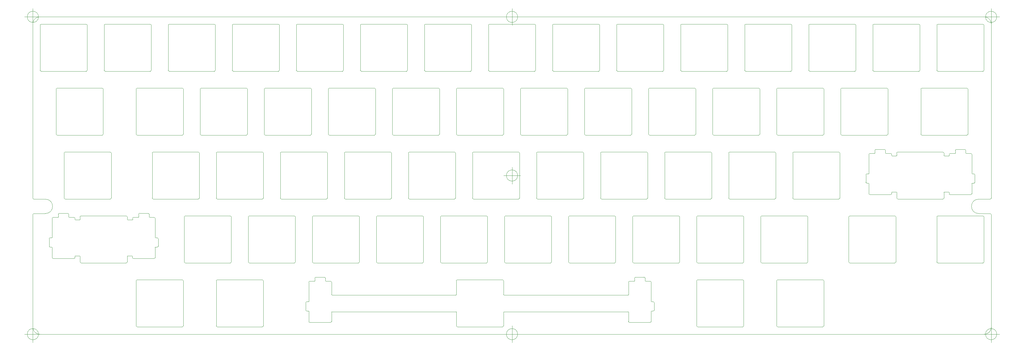
<source format=gbr>
%TF.GenerationSoftware,KiCad,Pcbnew,(5.1.9)-1*%
%TF.CreationDate,2021-04-22T03:29:06+09:00*%
%TF.ProjectId,topplate,746f7070-6c61-4746-952e-6b696361645f,4*%
%TF.SameCoordinates,Original*%
%TF.FileFunction,Profile,NP*%
%FSLAX46Y46*%
G04 Gerber Fmt 4.6, Leading zero omitted, Abs format (unit mm)*
G04 Created by KiCad (PCBNEW (5.1.9)-1) date 2021-04-22 03:29:06*
%MOMM*%
%LPD*%
G01*
G04 APERTURE LIST*
%TA.AperFunction,Profile*%
%ADD10C,0.050000*%
%TD*%
%TA.AperFunction,Profile*%
%ADD11C,0.120000*%
%TD*%
G04 APERTURE END LIST*
D10*
X70000000Y-158950000D02*
X70000000Y-192610000D01*
X70000000Y-158950000D02*
G75*
G02*
X70300000Y-158650000I300000J0D01*
G01*
X73700000Y-154350000D02*
G75*
G02*
X73700000Y-158650000I0J-2150000D01*
G01*
X70300000Y-158650000D02*
X73700000Y-158650000D01*
X70300000Y-154350000D02*
G75*
G02*
X70000000Y-154050000I0J300000D01*
G01*
X73700000Y-154350000D02*
X70300000Y-154350000D01*
X355000000Y-158950000D02*
X355000000Y-192610000D01*
X355000000Y-154050000D02*
G75*
G02*
X354700000Y-154350000I-300000J0D01*
G01*
X351300000Y-158650000D02*
G75*
G02*
X351300000Y-154350000I0J2150000D01*
G01*
X354700000Y-154350000D02*
X351300000Y-154350000D01*
X354700000Y-158650000D02*
G75*
G02*
X355000000Y-158950000I0J-300000D01*
G01*
X351300000Y-158650000D02*
X354700000Y-158650000D01*
X355000000Y-192610000D02*
G75*
G02*
X353000000Y-194610000I-2000000J0D01*
G01*
X353000000Y-100010000D02*
G75*
G02*
X355000000Y-102010000I0J-2000000D01*
G01*
X70000000Y-102000000D02*
G75*
G02*
X72000000Y-100000000I2000000J0D01*
G01*
X72000000Y-194610000D02*
G75*
G02*
X70000000Y-192610000I0J2000000D01*
G01*
X72000000Y-194610000D02*
X353000000Y-194610000D01*
X70000000Y-102000000D02*
X70000000Y-154050000D01*
X353000000Y-100010000D02*
X72000000Y-100000000D01*
X355000000Y-154050000D02*
X355000000Y-102010000D01*
X71666666Y-194610000D02*
G75*
G03*
X71666666Y-194610000I-1666666J0D01*
G01*
X67500000Y-194610000D02*
X72500000Y-194610000D01*
X70000000Y-192110000D02*
X70000000Y-197110000D01*
X356666666Y-194610000D02*
G75*
G03*
X356666666Y-194610000I-1666666J0D01*
G01*
X352500000Y-194610000D02*
X357500000Y-194610000D01*
X355000000Y-192110000D02*
X355000000Y-197110000D01*
X214166666Y-100010000D02*
G75*
G03*
X214166666Y-100010000I-1666666J0D01*
G01*
X210000000Y-100010000D02*
X215000000Y-100010000D01*
X212500000Y-97510000D02*
X212500000Y-102510000D01*
X214166666Y-194610000D02*
G75*
G03*
X214166666Y-194610000I-1666666J0D01*
G01*
X210000000Y-194610000D02*
X215000000Y-194610000D01*
X212500000Y-192110000D02*
X212500000Y-197110000D01*
X214166666Y-147310000D02*
G75*
G03*
X214166666Y-147310000I-1666666J0D01*
G01*
X210000000Y-147310000D02*
X215000000Y-147310000D01*
X212500000Y-144810000D02*
X212500000Y-149810000D01*
X356666666Y-100010000D02*
G75*
G03*
X356666666Y-100010000I-1666666J0D01*
G01*
X352500000Y-100010000D02*
X357500000Y-100010000D01*
X355000000Y-97510000D02*
X355000000Y-102510000D01*
X71666666Y-100000000D02*
G75*
G03*
X71666666Y-100000000I-1666666J0D01*
G01*
X67500000Y-100000000D02*
X72500000Y-100000000D01*
X70000000Y-97500000D02*
X70000000Y-102500000D01*
D11*
%TO.C,KSW1*%
X72150000Y-102509840D02*
X72150000Y-115909840D01*
X72450000Y-116209840D02*
X85850000Y-116209840D01*
X86150000Y-115909840D02*
X86150000Y-102509840D01*
X85850000Y-102209840D02*
X72450000Y-102209840D01*
X86150000Y-115909840D02*
G75*
G02*
X85850000Y-116209840I-300000J0D01*
G01*
X72450000Y-116209840D02*
G75*
G02*
X72150000Y-115909840I0J300000D01*
G01*
X72150000Y-102509840D02*
G75*
G02*
X72450000Y-102209840I300000J0D01*
G01*
X85850000Y-102209840D02*
G75*
G02*
X86150000Y-102509840I0J-300000D01*
G01*
%TO.C,KSW2*%
X91200000Y-102509840D02*
X91200000Y-115909840D01*
X91500000Y-116209840D02*
X104900000Y-116209840D01*
X105200000Y-115909840D02*
X105200000Y-102509840D01*
X104900000Y-102209840D02*
X91500000Y-102209840D01*
X105200000Y-115909840D02*
G75*
G02*
X104900000Y-116209840I-300000J0D01*
G01*
X91500000Y-116209840D02*
G75*
G02*
X91200000Y-115909840I0J300000D01*
G01*
X91200000Y-102509840D02*
G75*
G02*
X91500000Y-102209840I300000J0D01*
G01*
X104900000Y-102209840D02*
G75*
G02*
X105200000Y-102509840I0J-300000D01*
G01*
%TO.C,KSW3*%
X110250000Y-102509840D02*
X110250000Y-115909840D01*
X110550000Y-116209840D02*
X123950000Y-116209840D01*
X124250000Y-115909840D02*
X124250000Y-102509840D01*
X123950000Y-102209840D02*
X110550000Y-102209840D01*
X124250000Y-115909840D02*
G75*
G02*
X123950000Y-116209840I-300000J0D01*
G01*
X110550000Y-116209840D02*
G75*
G02*
X110250000Y-115909840I0J300000D01*
G01*
X110250000Y-102509840D02*
G75*
G02*
X110550000Y-102209840I300000J0D01*
G01*
X123950000Y-102209840D02*
G75*
G02*
X124250000Y-102509840I0J-300000D01*
G01*
%TO.C,KSW4*%
X129300000Y-102509840D02*
X129300000Y-115909840D01*
X129600000Y-116209840D02*
X143000000Y-116209840D01*
X143300000Y-115909840D02*
X143300000Y-102509840D01*
X143000000Y-102209840D02*
X129600000Y-102209840D01*
X143300000Y-115909840D02*
G75*
G02*
X143000000Y-116209840I-300000J0D01*
G01*
X129600000Y-116209840D02*
G75*
G02*
X129300000Y-115909840I0J300000D01*
G01*
X129300000Y-102509840D02*
G75*
G02*
X129600000Y-102209840I300000J0D01*
G01*
X143000000Y-102209840D02*
G75*
G02*
X143300000Y-102509840I0J-300000D01*
G01*
%TO.C,KSW5*%
X148350000Y-102509840D02*
X148350000Y-115909840D01*
X148650000Y-116209840D02*
X162050000Y-116209840D01*
X162350000Y-115909840D02*
X162350000Y-102509840D01*
X162050000Y-102209840D02*
X148650000Y-102209840D01*
X162350000Y-115909840D02*
G75*
G02*
X162050000Y-116209840I-300000J0D01*
G01*
X148650000Y-116209840D02*
G75*
G02*
X148350000Y-115909840I0J300000D01*
G01*
X148350000Y-102509840D02*
G75*
G02*
X148650000Y-102209840I300000J0D01*
G01*
X162050000Y-102209840D02*
G75*
G02*
X162350000Y-102509840I0J-300000D01*
G01*
%TO.C,KSW6*%
X167400000Y-102509840D02*
X167400000Y-115909840D01*
X167700000Y-116209840D02*
X181100000Y-116209840D01*
X181400000Y-115909840D02*
X181400000Y-102509840D01*
X181100000Y-102209840D02*
X167700000Y-102209840D01*
X181400000Y-115909840D02*
G75*
G02*
X181100000Y-116209840I-300000J0D01*
G01*
X167700000Y-116209840D02*
G75*
G02*
X167400000Y-115909840I0J300000D01*
G01*
X167400000Y-102509840D02*
G75*
G02*
X167700000Y-102209840I300000J0D01*
G01*
X181100000Y-102209840D02*
G75*
G02*
X181400000Y-102509840I0J-300000D01*
G01*
%TO.C,KSW7*%
X186450000Y-102509840D02*
X186450000Y-115909840D01*
X186750000Y-116209840D02*
X200150000Y-116209840D01*
X200450000Y-115909840D02*
X200450000Y-102509840D01*
X200150000Y-102209840D02*
X186750000Y-102209840D01*
X200450000Y-115909840D02*
G75*
G02*
X200150000Y-116209840I-300000J0D01*
G01*
X186750000Y-116209840D02*
G75*
G02*
X186450000Y-115909840I0J300000D01*
G01*
X186450000Y-102509840D02*
G75*
G02*
X186750000Y-102209840I300000J0D01*
G01*
X200150000Y-102209840D02*
G75*
G02*
X200450000Y-102509840I0J-300000D01*
G01*
%TO.C,KSW8*%
X205500000Y-102509840D02*
X205500000Y-115909840D01*
X205800000Y-116209840D02*
X219200000Y-116209840D01*
X219500000Y-115909840D02*
X219500000Y-102509840D01*
X219200000Y-102209840D02*
X205800000Y-102209840D01*
X219500000Y-115909840D02*
G75*
G02*
X219200000Y-116209840I-300000J0D01*
G01*
X205800000Y-116209840D02*
G75*
G02*
X205500000Y-115909840I0J300000D01*
G01*
X205500000Y-102509840D02*
G75*
G02*
X205800000Y-102209840I300000J0D01*
G01*
X219200000Y-102209840D02*
G75*
G02*
X219500000Y-102509840I0J-300000D01*
G01*
%TO.C,KSW9*%
X224550000Y-102509840D02*
X224550000Y-115909840D01*
X224850000Y-116209840D02*
X238250000Y-116209840D01*
X238550000Y-115909840D02*
X238550000Y-102509840D01*
X238250000Y-102209840D02*
X224850000Y-102209840D01*
X238550000Y-115909840D02*
G75*
G02*
X238250000Y-116209840I-300000J0D01*
G01*
X224850000Y-116209840D02*
G75*
G02*
X224550000Y-115909840I0J300000D01*
G01*
X224550000Y-102509840D02*
G75*
G02*
X224850000Y-102209840I300000J0D01*
G01*
X238250000Y-102209840D02*
G75*
G02*
X238550000Y-102509840I0J-300000D01*
G01*
%TO.C,KSW10*%
X243600000Y-102509840D02*
X243600000Y-115909840D01*
X243900000Y-116209840D02*
X257300000Y-116209840D01*
X257600000Y-115909840D02*
X257600000Y-102509840D01*
X257300000Y-102209840D02*
X243900000Y-102209840D01*
X257600000Y-115909840D02*
G75*
G02*
X257300000Y-116209840I-300000J0D01*
G01*
X243900000Y-116209840D02*
G75*
G02*
X243600000Y-115909840I0J300000D01*
G01*
X243600000Y-102509840D02*
G75*
G02*
X243900000Y-102209840I300000J0D01*
G01*
X257300000Y-102209840D02*
G75*
G02*
X257600000Y-102509840I0J-300000D01*
G01*
%TO.C,KSW11*%
X262650000Y-102509840D02*
X262650000Y-115909840D01*
X262950000Y-116209840D02*
X276350000Y-116209840D01*
X276650000Y-115909840D02*
X276650000Y-102509840D01*
X276350000Y-102209840D02*
X262950000Y-102209840D01*
X276650000Y-115909840D02*
G75*
G02*
X276350000Y-116209840I-300000J0D01*
G01*
X262950000Y-116209840D02*
G75*
G02*
X262650000Y-115909840I0J300000D01*
G01*
X262650000Y-102509840D02*
G75*
G02*
X262950000Y-102209840I300000J0D01*
G01*
X276350000Y-102209840D02*
G75*
G02*
X276650000Y-102509840I0J-300000D01*
G01*
%TO.C,KSW12*%
X281700000Y-102509840D02*
X281700000Y-115909840D01*
X282000000Y-116209840D02*
X295400000Y-116209840D01*
X295700000Y-115909840D02*
X295700000Y-102509840D01*
X295400000Y-102209840D02*
X282000000Y-102209840D01*
X295700000Y-115909840D02*
G75*
G02*
X295400000Y-116209840I-300000J0D01*
G01*
X282000000Y-116209840D02*
G75*
G02*
X281700000Y-115909840I0J300000D01*
G01*
X281700000Y-102509840D02*
G75*
G02*
X282000000Y-102209840I300000J0D01*
G01*
X295400000Y-102209840D02*
G75*
G02*
X295700000Y-102509840I0J-300000D01*
G01*
%TO.C,KSW13*%
X300750000Y-102509840D02*
X300750000Y-115909840D01*
X301050000Y-116209840D02*
X314450000Y-116209840D01*
X314750000Y-115909840D02*
X314750000Y-102509840D01*
X314450000Y-102209840D02*
X301050000Y-102209840D01*
X314750000Y-115909840D02*
G75*
G02*
X314450000Y-116209840I-300000J0D01*
G01*
X301050000Y-116209840D02*
G75*
G02*
X300750000Y-115909840I0J300000D01*
G01*
X300750000Y-102509840D02*
G75*
G02*
X301050000Y-102209840I300000J0D01*
G01*
X314450000Y-102209840D02*
G75*
G02*
X314750000Y-102509840I0J-300000D01*
G01*
%TO.C,KSW15*%
X338850000Y-102509840D02*
X338850000Y-115909840D01*
X339150000Y-116209840D02*
X352550000Y-116209840D01*
X352850000Y-115909840D02*
X352850000Y-102509840D01*
X352550000Y-102209840D02*
X339150000Y-102209840D01*
X352850000Y-115909840D02*
G75*
G02*
X352550000Y-116209840I-300000J0D01*
G01*
X339150000Y-116209840D02*
G75*
G02*
X338850000Y-115909840I0J300000D01*
G01*
X338850000Y-102509840D02*
G75*
G02*
X339150000Y-102209840I300000J0D01*
G01*
X352550000Y-102209840D02*
G75*
G02*
X352850000Y-102509840I0J-300000D01*
G01*
%TO.C,KSW16*%
X76912500Y-121559840D02*
X76912500Y-134959840D01*
X77212500Y-135259840D02*
X90612500Y-135259840D01*
X90912500Y-134959840D02*
X90912500Y-121559840D01*
X90612500Y-121259840D02*
X77212500Y-121259840D01*
X90912500Y-134959840D02*
G75*
G02*
X90612500Y-135259840I-300000J0D01*
G01*
X77212500Y-135259840D02*
G75*
G02*
X76912500Y-134959840I0J300000D01*
G01*
X76912500Y-121559840D02*
G75*
G02*
X77212500Y-121259840I300000J0D01*
G01*
X90612500Y-121259840D02*
G75*
G02*
X90912500Y-121559840I0J-300000D01*
G01*
%TO.C,KSW17*%
X100725000Y-121559840D02*
X100725000Y-134959840D01*
X101025000Y-135259840D02*
X114425000Y-135259840D01*
X114725000Y-134959840D02*
X114725000Y-121559840D01*
X114425000Y-121259840D02*
X101025000Y-121259840D01*
X114725000Y-134959840D02*
G75*
G02*
X114425000Y-135259840I-300000J0D01*
G01*
X101025000Y-135259840D02*
G75*
G02*
X100725000Y-134959840I0J300000D01*
G01*
X100725000Y-121559840D02*
G75*
G02*
X101025000Y-121259840I300000J0D01*
G01*
X114425000Y-121259840D02*
G75*
G02*
X114725000Y-121559840I0J-300000D01*
G01*
%TO.C,KSW18*%
X119775000Y-121559840D02*
X119775000Y-134959840D01*
X120075000Y-135259840D02*
X133475000Y-135259840D01*
X133775000Y-134959840D02*
X133775000Y-121559840D01*
X133475000Y-121259840D02*
X120075000Y-121259840D01*
X133775000Y-134959840D02*
G75*
G02*
X133475000Y-135259840I-300000J0D01*
G01*
X120075000Y-135259840D02*
G75*
G02*
X119775000Y-134959840I0J300000D01*
G01*
X119775000Y-121559840D02*
G75*
G02*
X120075000Y-121259840I300000J0D01*
G01*
X133475000Y-121259840D02*
G75*
G02*
X133775000Y-121559840I0J-300000D01*
G01*
%TO.C,KSW19*%
X138825000Y-121559840D02*
X138825000Y-134959840D01*
X139125000Y-135259840D02*
X152525000Y-135259840D01*
X152825000Y-134959840D02*
X152825000Y-121559840D01*
X152525000Y-121259840D02*
X139125000Y-121259840D01*
X152825000Y-134959840D02*
G75*
G02*
X152525000Y-135259840I-300000J0D01*
G01*
X139125000Y-135259840D02*
G75*
G02*
X138825000Y-134959840I0J300000D01*
G01*
X138825000Y-121559840D02*
G75*
G02*
X139125000Y-121259840I300000J0D01*
G01*
X152525000Y-121259840D02*
G75*
G02*
X152825000Y-121559840I0J-300000D01*
G01*
%TO.C,KSW20*%
X157875000Y-121559840D02*
X157875000Y-134959840D01*
X158175000Y-135259840D02*
X171575000Y-135259840D01*
X171875000Y-134959840D02*
X171875000Y-121559840D01*
X171575000Y-121259840D02*
X158175000Y-121259840D01*
X171875000Y-134959840D02*
G75*
G02*
X171575000Y-135259840I-300000J0D01*
G01*
X158175000Y-135259840D02*
G75*
G02*
X157875000Y-134959840I0J300000D01*
G01*
X157875000Y-121559840D02*
G75*
G02*
X158175000Y-121259840I300000J0D01*
G01*
X171575000Y-121259840D02*
G75*
G02*
X171875000Y-121559840I0J-300000D01*
G01*
%TO.C,KSW21*%
X176925000Y-121559840D02*
X176925000Y-134959840D01*
X177225000Y-135259840D02*
X190625000Y-135259840D01*
X190925000Y-134959840D02*
X190925000Y-121559840D01*
X190625000Y-121259840D02*
X177225000Y-121259840D01*
X190925000Y-134959840D02*
G75*
G02*
X190625000Y-135259840I-300000J0D01*
G01*
X177225000Y-135259840D02*
G75*
G02*
X176925000Y-134959840I0J300000D01*
G01*
X176925000Y-121559840D02*
G75*
G02*
X177225000Y-121259840I300000J0D01*
G01*
X190625000Y-121259840D02*
G75*
G02*
X190925000Y-121559840I0J-300000D01*
G01*
%TO.C,KSW22*%
X195975000Y-121559840D02*
X195975000Y-134959840D01*
X196275000Y-135259840D02*
X209675000Y-135259840D01*
X209975000Y-134959840D02*
X209975000Y-121559840D01*
X209675000Y-121259840D02*
X196275000Y-121259840D01*
X209975000Y-134959840D02*
G75*
G02*
X209675000Y-135259840I-300000J0D01*
G01*
X196275000Y-135259840D02*
G75*
G02*
X195975000Y-134959840I0J300000D01*
G01*
X195975000Y-121559840D02*
G75*
G02*
X196275000Y-121259840I300000J0D01*
G01*
X209675000Y-121259840D02*
G75*
G02*
X209975000Y-121559840I0J-300000D01*
G01*
%TO.C,KSW23*%
X215025000Y-121559840D02*
X215025000Y-134959840D01*
X215325000Y-135259840D02*
X228725000Y-135259840D01*
X229025000Y-134959840D02*
X229025000Y-121559840D01*
X228725000Y-121259840D02*
X215325000Y-121259840D01*
X229025000Y-134959840D02*
G75*
G02*
X228725000Y-135259840I-300000J0D01*
G01*
X215325000Y-135259840D02*
G75*
G02*
X215025000Y-134959840I0J300000D01*
G01*
X215025000Y-121559840D02*
G75*
G02*
X215325000Y-121259840I300000J0D01*
G01*
X228725000Y-121259840D02*
G75*
G02*
X229025000Y-121559840I0J-300000D01*
G01*
%TO.C,KSW24*%
X234075000Y-121559840D02*
X234075000Y-134959840D01*
X234375000Y-135259840D02*
X247775000Y-135259840D01*
X248075000Y-134959840D02*
X248075000Y-121559840D01*
X247775000Y-121259840D02*
X234375000Y-121259840D01*
X248075000Y-134959840D02*
G75*
G02*
X247775000Y-135259840I-300000J0D01*
G01*
X234375000Y-135259840D02*
G75*
G02*
X234075000Y-134959840I0J300000D01*
G01*
X234075000Y-121559840D02*
G75*
G02*
X234375000Y-121259840I300000J0D01*
G01*
X247775000Y-121259840D02*
G75*
G02*
X248075000Y-121559840I0J-300000D01*
G01*
%TO.C,KSW25*%
X253125000Y-121559840D02*
X253125000Y-134959840D01*
X253425000Y-135259840D02*
X266825000Y-135259840D01*
X267125000Y-134959840D02*
X267125000Y-121559840D01*
X266825000Y-121259840D02*
X253425000Y-121259840D01*
X267125000Y-134959840D02*
G75*
G02*
X266825000Y-135259840I-300000J0D01*
G01*
X253425000Y-135259840D02*
G75*
G02*
X253125000Y-134959840I0J300000D01*
G01*
X253125000Y-121559840D02*
G75*
G02*
X253425000Y-121259840I300000J0D01*
G01*
X266825000Y-121259840D02*
G75*
G02*
X267125000Y-121559840I0J-300000D01*
G01*
%TO.C,KSW26*%
X272175000Y-121559840D02*
X272175000Y-134959840D01*
X272475000Y-135259840D02*
X285875000Y-135259840D01*
X286175000Y-134959840D02*
X286175000Y-121559840D01*
X285875000Y-121259840D02*
X272475000Y-121259840D01*
X286175000Y-134959840D02*
G75*
G02*
X285875000Y-135259840I-300000J0D01*
G01*
X272475000Y-135259840D02*
G75*
G02*
X272175000Y-134959840I0J300000D01*
G01*
X272175000Y-121559840D02*
G75*
G02*
X272475000Y-121259840I300000J0D01*
G01*
X285875000Y-121259840D02*
G75*
G02*
X286175000Y-121559840I0J-300000D01*
G01*
%TO.C,KSW27*%
X291225000Y-121559840D02*
X291225000Y-134959840D01*
X291525000Y-135259840D02*
X304925000Y-135259840D01*
X305225000Y-134959840D02*
X305225000Y-121559840D01*
X304925000Y-121259840D02*
X291525000Y-121259840D01*
X305225000Y-134959840D02*
G75*
G02*
X304925000Y-135259840I-300000J0D01*
G01*
X291525000Y-135259840D02*
G75*
G02*
X291225000Y-134959840I0J300000D01*
G01*
X291225000Y-121559840D02*
G75*
G02*
X291525000Y-121259840I300000J0D01*
G01*
X304925000Y-121259840D02*
G75*
G02*
X305225000Y-121559840I0J-300000D01*
G01*
%TO.C,KSW28*%
X310275000Y-121559840D02*
X310275000Y-134959840D01*
X310575000Y-135259840D02*
X323975000Y-135259840D01*
X324275000Y-134959840D02*
X324275000Y-121559840D01*
X323975000Y-121259840D02*
X310575000Y-121259840D01*
X324275000Y-134959840D02*
G75*
G02*
X323975000Y-135259840I-300000J0D01*
G01*
X310575000Y-135259840D02*
G75*
G02*
X310275000Y-134959840I0J300000D01*
G01*
X310275000Y-121559840D02*
G75*
G02*
X310575000Y-121259840I300000J0D01*
G01*
X323975000Y-121259840D02*
G75*
G02*
X324275000Y-121559840I0J-300000D01*
G01*
%TO.C,KSW29*%
X334087000Y-121559840D02*
X334087000Y-134959840D01*
X334387000Y-135259840D02*
X347787000Y-135259840D01*
X348087000Y-134959840D02*
X348087000Y-121559840D01*
X347787000Y-121259840D02*
X334387000Y-121259840D01*
X348087000Y-134959840D02*
G75*
G02*
X347787000Y-135259840I-300000J0D01*
G01*
X334387000Y-135259840D02*
G75*
G02*
X334087000Y-134959840I0J300000D01*
G01*
X334087000Y-121559840D02*
G75*
G02*
X334387000Y-121259840I300000J0D01*
G01*
X347787000Y-121259840D02*
G75*
G02*
X348087000Y-121559840I0J-300000D01*
G01*
%TO.C,KSW30*%
X79293800Y-140609840D02*
X79293800Y-154009840D01*
X79593800Y-154309840D02*
X92993800Y-154309840D01*
X93293800Y-154009840D02*
X93293800Y-140609840D01*
X92993800Y-140309840D02*
X79593800Y-140309840D01*
X93293800Y-154009840D02*
G75*
G02*
X92993800Y-154309840I-300000J0D01*
G01*
X79593800Y-154309840D02*
G75*
G02*
X79293800Y-154009840I0J300000D01*
G01*
X79293800Y-140609840D02*
G75*
G02*
X79593800Y-140309840I300000J0D01*
G01*
X92993800Y-140309840D02*
G75*
G02*
X93293800Y-140609840I0J-300000D01*
G01*
%TO.C,KSW31*%
X105487000Y-140609840D02*
X105487000Y-154009840D01*
X105787000Y-154309840D02*
X119187000Y-154309840D01*
X119487000Y-154009840D02*
X119487000Y-140609840D01*
X119187000Y-140309840D02*
X105787000Y-140309840D01*
X119487000Y-154009840D02*
G75*
G02*
X119187000Y-154309840I-300000J0D01*
G01*
X105787000Y-154309840D02*
G75*
G02*
X105487000Y-154009840I0J300000D01*
G01*
X105487000Y-140609840D02*
G75*
G02*
X105787000Y-140309840I300000J0D01*
G01*
X119187000Y-140309840D02*
G75*
G02*
X119487000Y-140609840I0J-300000D01*
G01*
%TO.C,KSW32*%
X124537000Y-140609840D02*
X124537000Y-154009840D01*
X124837000Y-154309840D02*
X138237000Y-154309840D01*
X138537000Y-154009840D02*
X138537000Y-140609840D01*
X138237000Y-140309840D02*
X124837000Y-140309840D01*
X138537000Y-154009840D02*
G75*
G02*
X138237000Y-154309840I-300000J0D01*
G01*
X124837000Y-154309840D02*
G75*
G02*
X124537000Y-154009840I0J300000D01*
G01*
X124537000Y-140609840D02*
G75*
G02*
X124837000Y-140309840I300000J0D01*
G01*
X138237000Y-140309840D02*
G75*
G02*
X138537000Y-140609840I0J-300000D01*
G01*
%TO.C,KSW33*%
X143587000Y-140609840D02*
X143587000Y-154009840D01*
X143887000Y-154309840D02*
X157287000Y-154309840D01*
X157587000Y-154009840D02*
X157587000Y-140609840D01*
X157287000Y-140309840D02*
X143887000Y-140309840D01*
X157587000Y-154009840D02*
G75*
G02*
X157287000Y-154309840I-300000J0D01*
G01*
X143887000Y-154309840D02*
G75*
G02*
X143587000Y-154009840I0J300000D01*
G01*
X143587000Y-140609840D02*
G75*
G02*
X143887000Y-140309840I300000J0D01*
G01*
X157287000Y-140309840D02*
G75*
G02*
X157587000Y-140609840I0J-300000D01*
G01*
%TO.C,KSW34*%
X162637000Y-140609840D02*
X162637000Y-154009840D01*
X162937000Y-154309840D02*
X176337000Y-154309840D01*
X176637000Y-154009840D02*
X176637000Y-140609840D01*
X176337000Y-140309840D02*
X162937000Y-140309840D01*
X176637000Y-154009840D02*
G75*
G02*
X176337000Y-154309840I-300000J0D01*
G01*
X162937000Y-154309840D02*
G75*
G02*
X162637000Y-154009840I0J300000D01*
G01*
X162637000Y-140609840D02*
G75*
G02*
X162937000Y-140309840I300000J0D01*
G01*
X176337000Y-140309840D02*
G75*
G02*
X176637000Y-140609840I0J-300000D01*
G01*
%TO.C,KSW35*%
X195687000Y-154009840D02*
X195687000Y-140609840D01*
X195387000Y-140309840D02*
X181987000Y-140309840D01*
X181687000Y-140609840D02*
X181687000Y-154009840D01*
X181987000Y-154309840D02*
X195387000Y-154309840D01*
X181687000Y-140609840D02*
G75*
G02*
X181987000Y-140309840I300000J0D01*
G01*
X195387000Y-140309840D02*
G75*
G02*
X195687000Y-140609840I0J-300000D01*
G01*
X195687000Y-154009840D02*
G75*
G02*
X195387000Y-154309840I-300000J0D01*
G01*
X181987000Y-154309840D02*
G75*
G02*
X181687000Y-154009840I0J300000D01*
G01*
%TO.C,KSW36*%
X200737000Y-140609840D02*
X200737000Y-154009840D01*
X201037000Y-154309840D02*
X214437000Y-154309840D01*
X214737000Y-154009840D02*
X214737000Y-140609840D01*
X214437000Y-140309840D02*
X201037000Y-140309840D01*
X214737000Y-154009840D02*
G75*
G02*
X214437000Y-154309840I-300000J0D01*
G01*
X201037000Y-154309840D02*
G75*
G02*
X200737000Y-154009840I0J300000D01*
G01*
X200737000Y-140609840D02*
G75*
G02*
X201037000Y-140309840I300000J0D01*
G01*
X214437000Y-140309840D02*
G75*
G02*
X214737000Y-140609840I0J-300000D01*
G01*
%TO.C,KSW37*%
X219787000Y-140609840D02*
X219787000Y-154009840D01*
X220087000Y-154309840D02*
X233487000Y-154309840D01*
X233787000Y-154009840D02*
X233787000Y-140609840D01*
X233487000Y-140309840D02*
X220087000Y-140309840D01*
X233787000Y-154009840D02*
G75*
G02*
X233487000Y-154309840I-300000J0D01*
G01*
X220087000Y-154309840D02*
G75*
G02*
X219787000Y-154009840I0J300000D01*
G01*
X219787000Y-140609840D02*
G75*
G02*
X220087000Y-140309840I300000J0D01*
G01*
X233487000Y-140309840D02*
G75*
G02*
X233787000Y-140609840I0J-300000D01*
G01*
%TO.C,KSW38*%
X238837000Y-140609840D02*
X238837000Y-154009840D01*
X239137000Y-154309840D02*
X252537000Y-154309840D01*
X252837000Y-154009840D02*
X252837000Y-140609840D01*
X252537000Y-140309840D02*
X239137000Y-140309840D01*
X252837000Y-154009840D02*
G75*
G02*
X252537000Y-154309840I-300000J0D01*
G01*
X239137000Y-154309840D02*
G75*
G02*
X238837000Y-154009840I0J300000D01*
G01*
X238837000Y-140609840D02*
G75*
G02*
X239137000Y-140309840I300000J0D01*
G01*
X252537000Y-140309840D02*
G75*
G02*
X252837000Y-140609840I0J-300000D01*
G01*
%TO.C,KSW39*%
X257887000Y-140609840D02*
X257887000Y-154009840D01*
X258187000Y-154309840D02*
X271587000Y-154309840D01*
X271887000Y-154009840D02*
X271887000Y-140609840D01*
X271587000Y-140309840D02*
X258187000Y-140309840D01*
X271887000Y-154009840D02*
G75*
G02*
X271587000Y-154309840I-300000J0D01*
G01*
X258187000Y-154309840D02*
G75*
G02*
X257887000Y-154009840I0J300000D01*
G01*
X257887000Y-140609840D02*
G75*
G02*
X258187000Y-140309840I300000J0D01*
G01*
X271587000Y-140309840D02*
G75*
G02*
X271887000Y-140609840I0J-300000D01*
G01*
%TO.C,KSW40*%
X276937000Y-140609840D02*
X276937000Y-154009840D01*
X277237000Y-154309840D02*
X290637000Y-154309840D01*
X290937000Y-154009840D02*
X290937000Y-140609840D01*
X290637000Y-140309840D02*
X277237000Y-140309840D01*
X290937000Y-154009840D02*
G75*
G02*
X290637000Y-154309840I-300000J0D01*
G01*
X277237000Y-154309840D02*
G75*
G02*
X276937000Y-154009840I0J300000D01*
G01*
X276937000Y-140609840D02*
G75*
G02*
X277237000Y-140309840I300000J0D01*
G01*
X290637000Y-140309840D02*
G75*
G02*
X290937000Y-140609840I0J-300000D01*
G01*
%TO.C,KSW41*%
X295987000Y-140609840D02*
X295987000Y-154009840D01*
X296287000Y-154309840D02*
X309687000Y-154309840D01*
X309987000Y-154009840D02*
X309987000Y-140609840D01*
X309687000Y-140309840D02*
X296287000Y-140309840D01*
X309987000Y-154009840D02*
G75*
G02*
X309687000Y-154309840I-300000J0D01*
G01*
X296287000Y-154309840D02*
G75*
G02*
X295987000Y-154009840I0J300000D01*
G01*
X295987000Y-140609840D02*
G75*
G02*
X296287000Y-140309840I300000J0D01*
G01*
X309687000Y-140309840D02*
G75*
G02*
X309987000Y-140609840I0J-300000D01*
G01*
%TO.C,KSW44*%
X115013000Y-159659840D02*
X115013000Y-173059840D01*
X115313000Y-173359840D02*
X128713000Y-173359840D01*
X129013000Y-173059840D02*
X129013000Y-159659840D01*
X128713000Y-159359840D02*
X115313000Y-159359840D01*
X129013000Y-173059840D02*
G75*
G02*
X128713000Y-173359840I-300000J0D01*
G01*
X115313000Y-173359840D02*
G75*
G02*
X115013000Y-173059840I0J300000D01*
G01*
X115013000Y-159659840D02*
G75*
G02*
X115313000Y-159359840I300000J0D01*
G01*
X128713000Y-159359840D02*
G75*
G02*
X129013000Y-159659840I0J-300000D01*
G01*
%TO.C,KSW45*%
X134063000Y-159659840D02*
X134063000Y-173059840D01*
X134363000Y-173359840D02*
X147763000Y-173359840D01*
X148063000Y-173059840D02*
X148063000Y-159659840D01*
X147763000Y-159359840D02*
X134363000Y-159359840D01*
X148063000Y-173059840D02*
G75*
G02*
X147763000Y-173359840I-300000J0D01*
G01*
X134363000Y-173359840D02*
G75*
G02*
X134063000Y-173059840I0J300000D01*
G01*
X134063000Y-159659840D02*
G75*
G02*
X134363000Y-159359840I300000J0D01*
G01*
X147763000Y-159359840D02*
G75*
G02*
X148063000Y-159659840I0J-300000D01*
G01*
%TO.C,KSW46*%
X153113000Y-159659840D02*
X153113000Y-173059840D01*
X153413000Y-173359840D02*
X166813000Y-173359840D01*
X167113000Y-173059840D02*
X167113000Y-159659840D01*
X166813000Y-159359840D02*
X153413000Y-159359840D01*
X167113000Y-173059840D02*
G75*
G02*
X166813000Y-173359840I-300000J0D01*
G01*
X153413000Y-173359840D02*
G75*
G02*
X153113000Y-173059840I0J300000D01*
G01*
X153113000Y-159659840D02*
G75*
G02*
X153413000Y-159359840I300000J0D01*
G01*
X166813000Y-159359840D02*
G75*
G02*
X167113000Y-159659840I0J-300000D01*
G01*
%TO.C,KSW47*%
X172163000Y-159659840D02*
X172163000Y-173059840D01*
X172463000Y-173359840D02*
X185863000Y-173359840D01*
X186163000Y-173059840D02*
X186163000Y-159659840D01*
X185863000Y-159359840D02*
X172463000Y-159359840D01*
X186163000Y-173059840D02*
G75*
G02*
X185863000Y-173359840I-300000J0D01*
G01*
X172463000Y-173359840D02*
G75*
G02*
X172163000Y-173059840I0J300000D01*
G01*
X172163000Y-159659840D02*
G75*
G02*
X172463000Y-159359840I300000J0D01*
G01*
X185863000Y-159359840D02*
G75*
G02*
X186163000Y-159659840I0J-300000D01*
G01*
%TO.C,KSW48*%
X191213000Y-159659840D02*
X191213000Y-173059840D01*
X191513000Y-173359840D02*
X204913000Y-173359840D01*
X205213000Y-173059840D02*
X205213000Y-159659840D01*
X204913000Y-159359840D02*
X191513000Y-159359840D01*
X205213000Y-173059840D02*
G75*
G02*
X204913000Y-173359840I-300000J0D01*
G01*
X191513000Y-173359840D02*
G75*
G02*
X191213000Y-173059840I0J300000D01*
G01*
X191213000Y-159659840D02*
G75*
G02*
X191513000Y-159359840I300000J0D01*
G01*
X204913000Y-159359840D02*
G75*
G02*
X205213000Y-159659840I0J-300000D01*
G01*
%TO.C,KSW49*%
X210263000Y-159659840D02*
X210263000Y-173059840D01*
X210563000Y-173359840D02*
X223963000Y-173359840D01*
X224263000Y-173059840D02*
X224263000Y-159659840D01*
X223963000Y-159359840D02*
X210563000Y-159359840D01*
X224263000Y-173059840D02*
G75*
G02*
X223963000Y-173359840I-300000J0D01*
G01*
X210563000Y-173359840D02*
G75*
G02*
X210263000Y-173059840I0J300000D01*
G01*
X210263000Y-159659840D02*
G75*
G02*
X210563000Y-159359840I300000J0D01*
G01*
X223963000Y-159359840D02*
G75*
G02*
X224263000Y-159659840I0J-300000D01*
G01*
%TO.C,KSW50*%
X229313000Y-159659840D02*
X229313000Y-173059840D01*
X229613000Y-173359840D02*
X243013000Y-173359840D01*
X243313000Y-173059840D02*
X243313000Y-159659840D01*
X243013000Y-159359840D02*
X229613000Y-159359840D01*
X243313000Y-173059840D02*
G75*
G02*
X243013000Y-173359840I-300000J0D01*
G01*
X229613000Y-173359840D02*
G75*
G02*
X229313000Y-173059840I0J300000D01*
G01*
X229313000Y-159659840D02*
G75*
G02*
X229613000Y-159359840I300000J0D01*
G01*
X243013000Y-159359840D02*
G75*
G02*
X243313000Y-159659840I0J-300000D01*
G01*
%TO.C,KSW51*%
X248363000Y-159659840D02*
X248363000Y-173059840D01*
X248663000Y-173359840D02*
X262063000Y-173359840D01*
X262363000Y-173059840D02*
X262363000Y-159659840D01*
X262063000Y-159359840D02*
X248663000Y-159359840D01*
X262363000Y-173059840D02*
G75*
G02*
X262063000Y-173359840I-300000J0D01*
G01*
X248663000Y-173359840D02*
G75*
G02*
X248363000Y-173059840I0J300000D01*
G01*
X248363000Y-159659840D02*
G75*
G02*
X248663000Y-159359840I300000J0D01*
G01*
X262063000Y-159359840D02*
G75*
G02*
X262363000Y-159659840I0J-300000D01*
G01*
%TO.C,KSW52*%
X267413000Y-159659840D02*
X267413000Y-173059840D01*
X267713000Y-173359840D02*
X281113000Y-173359840D01*
X281413000Y-173059840D02*
X281413000Y-159659840D01*
X281113000Y-159359840D02*
X267713000Y-159359840D01*
X281413000Y-173059840D02*
G75*
G02*
X281113000Y-173359840I-300000J0D01*
G01*
X267713000Y-173359840D02*
G75*
G02*
X267413000Y-173059840I0J300000D01*
G01*
X267413000Y-159659840D02*
G75*
G02*
X267713000Y-159359840I300000J0D01*
G01*
X281113000Y-159359840D02*
G75*
G02*
X281413000Y-159659840I0J-300000D01*
G01*
%TO.C,KSW53*%
X286463000Y-159659840D02*
X286463000Y-173059840D01*
X286763000Y-173359840D02*
X300163000Y-173359840D01*
X300463000Y-173059840D02*
X300463000Y-159659840D01*
X300163000Y-159359840D02*
X286763000Y-159359840D01*
X300463000Y-173059840D02*
G75*
G02*
X300163000Y-173359840I-300000J0D01*
G01*
X286763000Y-173359840D02*
G75*
G02*
X286463000Y-173059840I0J300000D01*
G01*
X286463000Y-159659840D02*
G75*
G02*
X286763000Y-159359840I300000J0D01*
G01*
X300163000Y-159359840D02*
G75*
G02*
X300463000Y-159659840I0J-300000D01*
G01*
%TO.C,KSW54*%
X312656000Y-159659840D02*
X312656000Y-173059840D01*
X312956000Y-173359840D02*
X326356000Y-173359840D01*
X326656000Y-173059840D02*
X326656000Y-159659840D01*
X326356000Y-159359840D02*
X312956000Y-159359840D01*
X326656000Y-173059840D02*
G75*
G02*
X326356000Y-173359840I-300000J0D01*
G01*
X312956000Y-173359840D02*
G75*
G02*
X312656000Y-173059840I0J300000D01*
G01*
X312656000Y-159659840D02*
G75*
G02*
X312956000Y-159359840I300000J0D01*
G01*
X326356000Y-159359840D02*
G75*
G02*
X326656000Y-159659840I0J-300000D01*
G01*
%TO.C,KSW55*%
X338850000Y-159659840D02*
X338850000Y-173059840D01*
X339150000Y-173359840D02*
X352550000Y-173359840D01*
X352850000Y-173059840D02*
X352850000Y-159659840D01*
X352550000Y-159359840D02*
X339150000Y-159359840D01*
X352850000Y-173059840D02*
G75*
G02*
X352550000Y-173359840I-300000J0D01*
G01*
X339150000Y-173359840D02*
G75*
G02*
X338850000Y-173059840I0J300000D01*
G01*
X338850000Y-159659840D02*
G75*
G02*
X339150000Y-159359840I300000J0D01*
G01*
X352550000Y-159359840D02*
G75*
G02*
X352850000Y-159659840I0J-300000D01*
G01*
%TO.C,KSW56*%
X100725000Y-178709840D02*
X100725000Y-192109840D01*
X101025000Y-192409840D02*
X114425000Y-192409840D01*
X114725000Y-192109840D02*
X114725000Y-178709840D01*
X114425000Y-178409840D02*
X101025000Y-178409840D01*
X114725000Y-192109840D02*
G75*
G02*
X114425000Y-192409840I-300000J0D01*
G01*
X101025000Y-192409840D02*
G75*
G02*
X100725000Y-192109840I0J300000D01*
G01*
X100725000Y-178709840D02*
G75*
G02*
X101025000Y-178409840I300000J0D01*
G01*
X114425000Y-178409840D02*
G75*
G02*
X114725000Y-178709840I0J-300000D01*
G01*
%TO.C,KSW57*%
X124537000Y-178709840D02*
X124537000Y-192109840D01*
X124837000Y-192409840D02*
X138237000Y-192409840D01*
X138537000Y-192109840D02*
X138537000Y-178709840D01*
X138237000Y-178409840D02*
X124837000Y-178409840D01*
X138537000Y-192109840D02*
G75*
G02*
X138237000Y-192409840I-300000J0D01*
G01*
X124837000Y-192409840D02*
G75*
G02*
X124537000Y-192109840I0J300000D01*
G01*
X124537000Y-178709840D02*
G75*
G02*
X124837000Y-178409840I300000J0D01*
G01*
X138237000Y-178409840D02*
G75*
G02*
X138537000Y-178709840I0J-300000D01*
G01*
%TO.C,KSW59*%
X267413000Y-178709840D02*
X267413000Y-192109840D01*
X267713000Y-192409840D02*
X281113000Y-192409840D01*
X281413000Y-192109840D02*
X281413000Y-178709840D01*
X281113000Y-178409840D02*
X267713000Y-178409840D01*
X281413000Y-192109840D02*
G75*
G02*
X281113000Y-192409840I-300000J0D01*
G01*
X267713000Y-192409840D02*
G75*
G02*
X267413000Y-192109840I0J300000D01*
G01*
X267413000Y-178709840D02*
G75*
G02*
X267713000Y-178409840I300000J0D01*
G01*
X281113000Y-178409840D02*
G75*
G02*
X281413000Y-178709840I0J-300000D01*
G01*
%TO.C,KSW60*%
X291225000Y-178709840D02*
X291225000Y-192109840D01*
X291525000Y-192409840D02*
X304925000Y-192409840D01*
X305225000Y-192109840D02*
X305225000Y-178709840D01*
X304925000Y-178409840D02*
X291525000Y-178409840D01*
X305225000Y-192109840D02*
G75*
G02*
X304925000Y-192409840I-300000J0D01*
G01*
X291525000Y-192409840D02*
G75*
G02*
X291225000Y-192109840I0J300000D01*
G01*
X291225000Y-178709840D02*
G75*
G02*
X291525000Y-178409840I300000J0D01*
G01*
X304925000Y-178409840D02*
G75*
G02*
X305225000Y-178709840I0J-300000D01*
G01*
%TO.C,KSW14*%
X319800000Y-102509840D02*
X319800000Y-115909840D01*
X320100000Y-116209840D02*
X333500000Y-116209840D01*
X333800000Y-115909840D02*
X333800000Y-102509840D01*
X333500000Y-102209840D02*
X320100000Y-102209840D01*
X333800000Y-115909840D02*
G75*
G02*
X333500000Y-116209840I-300000J0D01*
G01*
X320100000Y-116209840D02*
G75*
G02*
X319800000Y-115909840I0J300000D01*
G01*
X319800000Y-102509840D02*
G75*
G02*
X320100000Y-102209840I300000J0D01*
G01*
X333500000Y-102209840D02*
G75*
G02*
X333800000Y-102509840I0J-300000D01*
G01*
%TO.C,KSW43*%
X99656200Y-160409840D02*
X99656200Y-160059840D01*
X98156200Y-160509840D02*
X99556200Y-160509840D01*
X98056200Y-159659840D02*
X98056200Y-160409840D01*
X84306200Y-159359840D02*
X97756200Y-159359840D01*
X84006200Y-160409840D02*
X84006200Y-159659840D01*
X82606200Y-160509840D02*
X83906200Y-160509840D01*
X82506200Y-160059840D02*
X82506200Y-160409840D01*
X80756200Y-159759840D02*
X82206200Y-159759840D01*
X80656200Y-158859840D02*
X80656200Y-159659840D01*
X77856200Y-158559840D02*
X80356200Y-158559840D01*
X77556200Y-159659840D02*
X77556200Y-158859840D01*
X76056200Y-159759840D02*
X77456200Y-159759840D01*
X75756200Y-165759840D02*
X75756200Y-160059840D01*
X75156200Y-165859840D02*
X75656200Y-165859840D01*
X74856200Y-168359840D02*
X74856200Y-166159840D01*
X75656200Y-168659840D02*
X75156200Y-168659840D01*
X75756200Y-171759840D02*
X75756200Y-168759840D01*
X82206200Y-172059840D02*
X76056200Y-172059840D01*
X82506200Y-171359840D02*
X82506200Y-171759840D01*
X83956200Y-171259840D02*
X82606200Y-171259840D01*
X84056200Y-173059840D02*
X84056200Y-171359840D01*
X97756200Y-173359840D02*
X84356200Y-173359840D01*
X99956200Y-159759840D02*
X101356200Y-159759840D01*
X101456200Y-159659840D02*
X101456200Y-158859840D01*
X101756200Y-158559840D02*
X104256200Y-158559840D01*
X104556200Y-158859840D02*
X104556200Y-159659840D01*
X104656200Y-159759840D02*
X106056200Y-159759840D01*
X106356200Y-160059840D02*
X106356200Y-165759840D01*
X106456200Y-165859840D02*
X106956200Y-165859840D01*
X107256200Y-166159840D02*
X107256200Y-168359840D01*
X106956200Y-168659840D02*
X106456200Y-168659840D01*
X106356200Y-168759840D02*
X106356200Y-171759840D01*
X106056200Y-172059840D02*
X99906200Y-172059840D01*
X99606200Y-171759840D02*
X99606200Y-171359840D01*
X99506200Y-171259840D02*
X98156200Y-171259840D01*
X98056200Y-171359840D02*
X98056200Y-173059840D01*
X98056200Y-173059840D02*
G75*
G02*
X97756200Y-173359840I-300000J0D01*
G01*
X84356200Y-173359840D02*
G75*
G02*
X84056200Y-173059840I0J300000D01*
G01*
X83956200Y-171259840D02*
G75*
G02*
X84056200Y-171359840I0J-100000D01*
G01*
X82506200Y-171359840D02*
G75*
G02*
X82606200Y-171259840I100000J0D01*
G01*
X82506200Y-171759840D02*
G75*
G02*
X82206200Y-172059840I-300000J0D01*
G01*
X76056200Y-172059840D02*
G75*
G02*
X75756200Y-171759840I0J300000D01*
G01*
X75156200Y-168659840D02*
G75*
G02*
X74856200Y-168359840I0J300000D01*
G01*
X75656200Y-168659840D02*
G75*
G02*
X75756200Y-168759840I0J-100000D01*
G01*
X74856200Y-166159840D02*
G75*
G02*
X75156200Y-165859840I300000J0D01*
G01*
X75756200Y-165759840D02*
G75*
G02*
X75656200Y-165859840I-100000J0D01*
G01*
X75756200Y-160059840D02*
G75*
G02*
X76056200Y-159759840I300000J0D01*
G01*
X77556200Y-159659840D02*
G75*
G02*
X77456200Y-159759840I-100000J0D01*
G01*
X77556200Y-158859840D02*
G75*
G02*
X77856200Y-158559840I300000J0D01*
G01*
X80356200Y-158559840D02*
G75*
G02*
X80656200Y-158859840I0J-300000D01*
G01*
X80756200Y-159759840D02*
G75*
G02*
X80656200Y-159659840I0J100000D01*
G01*
X82206200Y-159759840D02*
G75*
G02*
X82506200Y-160059840I0J-300000D01*
G01*
X82606200Y-160509840D02*
G75*
G02*
X82506200Y-160409840I0J100000D01*
G01*
X84006200Y-160409840D02*
G75*
G02*
X83906200Y-160509840I-100000J0D01*
G01*
X84006200Y-159659840D02*
G75*
G02*
X84306200Y-159359840I300000J0D01*
G01*
X97756200Y-159359840D02*
G75*
G02*
X98056200Y-159659840I0J-300000D01*
G01*
X99656200Y-160059840D02*
G75*
G02*
X99956200Y-159759840I300000J0D01*
G01*
X98156200Y-160509840D02*
G75*
G02*
X98056200Y-160409840I0J100000D01*
G01*
X99656200Y-160409840D02*
G75*
G02*
X99556200Y-160509840I-100000J0D01*
G01*
X101456200Y-159659840D02*
G75*
G02*
X101356200Y-159759840I-100000J0D01*
G01*
X101456200Y-158859840D02*
G75*
G02*
X101756200Y-158559840I300000J0D01*
G01*
X104256200Y-158559840D02*
G75*
G02*
X104556200Y-158859840I0J-300000D01*
G01*
X104656200Y-159759840D02*
G75*
G02*
X104556200Y-159659840I0J100000D01*
G01*
X106056200Y-159759840D02*
G75*
G02*
X106356200Y-160059840I0J-300000D01*
G01*
X106456200Y-165859840D02*
G75*
G02*
X106356200Y-165759840I0J100000D01*
G01*
X106956200Y-165859840D02*
G75*
G02*
X107256200Y-166159840I0J-300000D01*
G01*
X107256200Y-168359840D02*
G75*
G02*
X106956200Y-168659840I-300000J0D01*
G01*
X106356200Y-168759840D02*
G75*
G02*
X106456200Y-168659840I100000J0D01*
G01*
X106356200Y-171759840D02*
G75*
G02*
X106056200Y-172059840I-300000J0D01*
G01*
X99906200Y-172059840D02*
G75*
G02*
X99606200Y-171759840I0J300000D01*
G01*
X99506200Y-171259840D02*
G75*
G02*
X99606200Y-171359840I0J-100000D01*
G01*
X98056200Y-171359840D02*
G75*
G02*
X98156200Y-171259840I100000J0D01*
G01*
%TO.C,KSW42*%
X342544000Y-141359840D02*
X342544000Y-141009840D01*
X341044000Y-141459840D02*
X342444000Y-141459840D01*
X340944000Y-140609840D02*
X340944000Y-141359840D01*
X327194000Y-140309840D02*
X340644000Y-140309840D01*
X326894000Y-141359840D02*
X326894000Y-140609840D01*
X325494000Y-141459840D02*
X326794000Y-141459840D01*
X325394000Y-141009840D02*
X325394000Y-141359840D01*
X323644000Y-140709840D02*
X325094000Y-140709840D01*
X323544000Y-139809840D02*
X323544000Y-140609840D01*
X320744000Y-139509840D02*
X323244000Y-139509840D01*
X320444000Y-140609840D02*
X320444000Y-139809840D01*
X318944000Y-140709840D02*
X320344000Y-140709840D01*
X318644000Y-146709840D02*
X318644000Y-141009840D01*
X318044000Y-146809840D02*
X318544000Y-146809840D01*
X317744000Y-149309840D02*
X317744000Y-147109840D01*
X318544000Y-149609840D02*
X318044000Y-149609840D01*
X318644000Y-152709840D02*
X318644000Y-149709840D01*
X325094000Y-153009840D02*
X318944000Y-153009840D01*
X325394000Y-152309840D02*
X325394000Y-152709840D01*
X326844000Y-152209840D02*
X325494000Y-152209840D01*
X326944000Y-154009840D02*
X326944000Y-152309840D01*
X340644000Y-154309840D02*
X327244000Y-154309840D01*
X342844000Y-140709840D02*
X344244000Y-140709840D01*
X344344000Y-140609840D02*
X344344000Y-139809840D01*
X344644000Y-139509840D02*
X347144000Y-139509840D01*
X347444000Y-139809840D02*
X347444000Y-140609840D01*
X347544000Y-140709840D02*
X348944000Y-140709840D01*
X349244000Y-141009840D02*
X349244000Y-146709840D01*
X349344000Y-146809840D02*
X349844000Y-146809840D01*
X350144000Y-147109840D02*
X350144000Y-149309840D01*
X349844000Y-149609840D02*
X349344000Y-149609840D01*
X349244000Y-149709840D02*
X349244000Y-152709840D01*
X348944000Y-153009840D02*
X342794000Y-153009840D01*
X342494000Y-152709840D02*
X342494000Y-152309840D01*
X342394000Y-152209840D02*
X341044000Y-152209840D01*
X340944000Y-152309840D02*
X340944000Y-154009840D01*
X340944000Y-154009840D02*
G75*
G02*
X340644000Y-154309840I-300000J0D01*
G01*
X327244000Y-154309840D02*
G75*
G02*
X326944000Y-154009840I0J300000D01*
G01*
X326844000Y-152209840D02*
G75*
G02*
X326944000Y-152309840I0J-100000D01*
G01*
X325394000Y-152309840D02*
G75*
G02*
X325494000Y-152209840I100000J0D01*
G01*
X325394000Y-152709840D02*
G75*
G02*
X325094000Y-153009840I-300000J0D01*
G01*
X318944000Y-153009840D02*
G75*
G02*
X318644000Y-152709840I0J300000D01*
G01*
X318044000Y-149609840D02*
G75*
G02*
X317744000Y-149309840I0J300000D01*
G01*
X318544000Y-149609840D02*
G75*
G02*
X318644000Y-149709840I0J-100000D01*
G01*
X317744000Y-147109840D02*
G75*
G02*
X318044000Y-146809840I300000J0D01*
G01*
X318644000Y-146709840D02*
G75*
G02*
X318544000Y-146809840I-100000J0D01*
G01*
X318644000Y-141009840D02*
G75*
G02*
X318944000Y-140709840I300000J0D01*
G01*
X320444000Y-140609840D02*
G75*
G02*
X320344000Y-140709840I-100000J0D01*
G01*
X320444000Y-139809840D02*
G75*
G02*
X320744000Y-139509840I300000J0D01*
G01*
X323244000Y-139509840D02*
G75*
G02*
X323544000Y-139809840I0J-300000D01*
G01*
X323644000Y-140709840D02*
G75*
G02*
X323544000Y-140609840I0J100000D01*
G01*
X325094000Y-140709840D02*
G75*
G02*
X325394000Y-141009840I0J-300000D01*
G01*
X325494000Y-141459840D02*
G75*
G02*
X325394000Y-141359840I0J100000D01*
G01*
X326894000Y-141359840D02*
G75*
G02*
X326794000Y-141459840I-100000J0D01*
G01*
X326894000Y-140609840D02*
G75*
G02*
X327194000Y-140309840I300000J0D01*
G01*
X340644000Y-140309840D02*
G75*
G02*
X340944000Y-140609840I0J-300000D01*
G01*
X342544000Y-141009840D02*
G75*
G02*
X342844000Y-140709840I300000J0D01*
G01*
X341044000Y-141459840D02*
G75*
G02*
X340944000Y-141359840I0J100000D01*
G01*
X342544000Y-141359840D02*
G75*
G02*
X342444000Y-141459840I-100000J0D01*
G01*
X344344000Y-140609840D02*
G75*
G02*
X344244000Y-140709840I-100000J0D01*
G01*
X344344000Y-139809840D02*
G75*
G02*
X344644000Y-139509840I300000J0D01*
G01*
X347144000Y-139509840D02*
G75*
G02*
X347444000Y-139809840I0J-300000D01*
G01*
X347544000Y-140709840D02*
G75*
G02*
X347444000Y-140609840I0J100000D01*
G01*
X348944000Y-140709840D02*
G75*
G02*
X349244000Y-141009840I0J-300000D01*
G01*
X349344000Y-146809840D02*
G75*
G02*
X349244000Y-146709840I0J100000D01*
G01*
X349844000Y-146809840D02*
G75*
G02*
X350144000Y-147109840I0J-300000D01*
G01*
X350144000Y-149309840D02*
G75*
G02*
X349844000Y-149609840I-300000J0D01*
G01*
X349244000Y-149709840D02*
G75*
G02*
X349344000Y-149609840I100000J0D01*
G01*
X349244000Y-152709840D02*
G75*
G02*
X348944000Y-153009840I-300000J0D01*
G01*
X342794000Y-153009840D02*
G75*
G02*
X342494000Y-152709840I0J300000D01*
G01*
X342394000Y-152209840D02*
G75*
G02*
X342494000Y-152309840I0J-100000D01*
G01*
X340944000Y-152309840D02*
G75*
G02*
X341044000Y-152209840I100000J0D01*
G01*
%TO.C,KSW58*%
X160225000Y-182909840D02*
X195825000Y-182909840D01*
X195875000Y-187909840D02*
X160275000Y-187909840D01*
X211475000Y-182909840D02*
X247075000Y-182909840D01*
X247025000Y-187909840D02*
X211425000Y-187909840D01*
X209975000Y-188009840D02*
X209975000Y-192109840D01*
X211425000Y-187909840D02*
X210075000Y-187909840D01*
X247125000Y-190809840D02*
X247125000Y-188009840D01*
X253575000Y-191109840D02*
X247425000Y-191109840D01*
X253875000Y-187809840D02*
X253875000Y-190809840D01*
X254475000Y-187709840D02*
X253975000Y-187709840D01*
X254775000Y-185209840D02*
X254775000Y-187409840D01*
X253975000Y-184909840D02*
X254475000Y-184909840D01*
X253875000Y-179109840D02*
X253875000Y-184809840D01*
X252175000Y-178809840D02*
X253575000Y-178809840D01*
X252075000Y-177909840D02*
X252075000Y-178709840D01*
X249275000Y-177609840D02*
X251775000Y-177609840D01*
X248975000Y-178709840D02*
X248975000Y-177909840D01*
X247475000Y-178809840D02*
X248875000Y-178809840D01*
X209675000Y-192409840D02*
X196275000Y-192409840D01*
X195975000Y-192109840D02*
X195975000Y-188009840D01*
X160275000Y-187909840D02*
X158925000Y-187909840D01*
X158825000Y-188009840D02*
X158825000Y-190809840D01*
X158525000Y-191109840D02*
X152375000Y-191109840D01*
X152075000Y-190809840D02*
X152075000Y-187809840D01*
X151975000Y-187709840D02*
X151475000Y-187709840D01*
X151175000Y-187409840D02*
X151175000Y-185209840D01*
X151475000Y-184909840D02*
X151975000Y-184909840D01*
X152075000Y-184809840D02*
X152075000Y-179109840D01*
X152375000Y-178809840D02*
X153775000Y-178809840D01*
X153875000Y-178709840D02*
X153875000Y-177909840D01*
X154175000Y-177609840D02*
X156675000Y-177609840D01*
X156975000Y-177909840D02*
X156975000Y-178709840D01*
X157075000Y-178809840D02*
X158525000Y-178809840D01*
X158825000Y-179109840D02*
X158825000Y-182809840D01*
X158925000Y-182909840D02*
X160225000Y-182909840D01*
X195925000Y-182809840D02*
X195925000Y-178709840D01*
X196225000Y-178409840D02*
X209675000Y-178409840D01*
X209975000Y-178709840D02*
X209975000Y-182809840D01*
X210075000Y-182909840D02*
X211475000Y-182909840D01*
X247175000Y-182809840D02*
X247175000Y-179109840D01*
X209975000Y-188009840D02*
G75*
G02*
X210075000Y-187909840I100000J0D01*
G01*
X247025000Y-187909840D02*
G75*
G02*
X247125000Y-188009840I0J-100000D01*
G01*
X247425000Y-191109840D02*
G75*
G02*
X247125000Y-190809840I0J300000D01*
G01*
X253875000Y-190809840D02*
G75*
G02*
X253575000Y-191109840I-300000J0D01*
G01*
X253875000Y-187809840D02*
G75*
G02*
X253975000Y-187709840I100000J0D01*
G01*
X254775000Y-187409840D02*
G75*
G02*
X254475000Y-187709840I-300000J0D01*
G01*
X254475000Y-184909840D02*
G75*
G02*
X254775000Y-185209840I0J-300000D01*
G01*
X253975000Y-184909840D02*
G75*
G02*
X253875000Y-184809840I0J100000D01*
G01*
X253575000Y-178809840D02*
G75*
G02*
X253875000Y-179109840I0J-300000D01*
G01*
X252175000Y-178809840D02*
G75*
G02*
X252075000Y-178709840I0J100000D01*
G01*
X251775000Y-177609840D02*
G75*
G02*
X252075000Y-177909840I0J-300000D01*
G01*
X248975000Y-177909840D02*
G75*
G02*
X249275000Y-177609840I300000J0D01*
G01*
X248975000Y-178709840D02*
G75*
G02*
X248875000Y-178809840I-100000J0D01*
G01*
X247175000Y-182809840D02*
G75*
G02*
X247075000Y-182909840I-100000J0D01*
G01*
X210075000Y-182909840D02*
G75*
G02*
X209975000Y-182809840I0J100000D01*
G01*
X247175000Y-179109840D02*
G75*
G02*
X247475000Y-178809840I300000J0D01*
G01*
X209675000Y-178409840D02*
G75*
G02*
X209975000Y-178709840I0J-300000D01*
G01*
X195925000Y-178709840D02*
G75*
G02*
X196225000Y-178409840I300000J0D01*
G01*
X195925000Y-182809840D02*
G75*
G02*
X195825000Y-182909840I-100000J0D01*
G01*
X158925000Y-182909840D02*
G75*
G02*
X158825000Y-182809840I0J100000D01*
G01*
X158525000Y-178809840D02*
G75*
G02*
X158825000Y-179109840I0J-300000D01*
G01*
X157075000Y-178809840D02*
G75*
G02*
X156975000Y-178709840I0J100000D01*
G01*
X156675000Y-177609840D02*
G75*
G02*
X156975000Y-177909840I0J-300000D01*
G01*
X153875000Y-177909840D02*
G75*
G02*
X154175000Y-177609840I300000J0D01*
G01*
X153875000Y-178709840D02*
G75*
G02*
X153775000Y-178809840I-100000J0D01*
G01*
X152075000Y-179109840D02*
G75*
G02*
X152375000Y-178809840I300000J0D01*
G01*
X152075000Y-184809840D02*
G75*
G02*
X151975000Y-184909840I-100000J0D01*
G01*
X151175000Y-185209840D02*
G75*
G02*
X151475000Y-184909840I300000J0D01*
G01*
X151975000Y-187709840D02*
G75*
G02*
X152075000Y-187809840I0J-100000D01*
G01*
X151475000Y-187709840D02*
G75*
G02*
X151175000Y-187409840I0J300000D01*
G01*
X152375000Y-191109840D02*
G75*
G02*
X152075000Y-190809840I0J300000D01*
G01*
X158825000Y-190809840D02*
G75*
G02*
X158525000Y-191109840I-300000J0D01*
G01*
X158825000Y-188009840D02*
G75*
G02*
X158925000Y-187909840I100000J0D01*
G01*
X195875000Y-187909840D02*
G75*
G02*
X195975000Y-188009840I0J-100000D01*
G01*
X196275000Y-192409840D02*
G75*
G02*
X195975000Y-192109840I0J300000D01*
G01*
X209975000Y-192109840D02*
G75*
G02*
X209675000Y-192409840I-300000J0D01*
G01*
%TD*%
M02*

</source>
